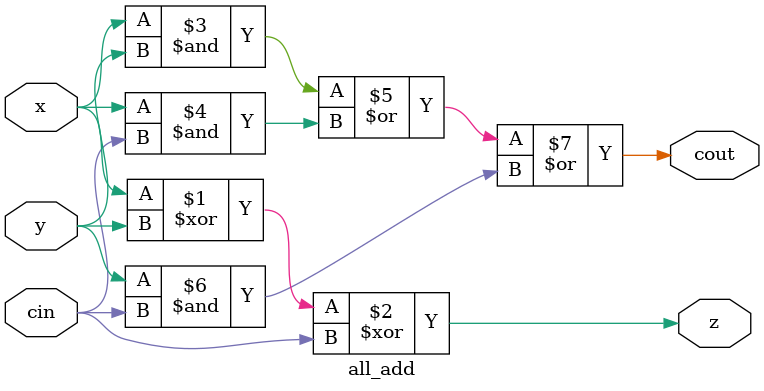
<source format=v>
module all_add(x,y,z,cin,cout);
	input x,y,cin;
	output z,cout;
	assign z=x^y^cin;
	assign cout=(x&y)|(x&cin)|(y&cin);
endmodule

</source>
